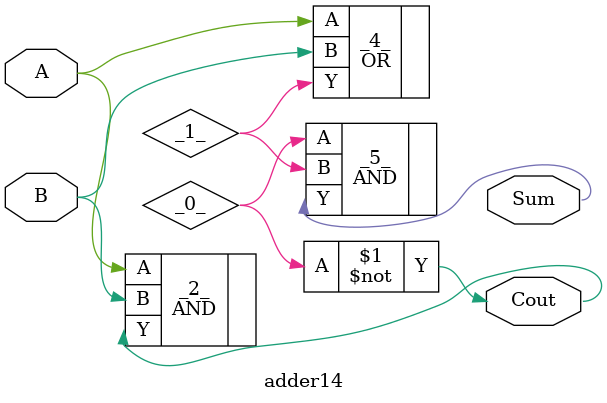
<source format=v>
/* Generated by Yosys 0.41+83 (git sha1 7045cf509, x86_64-w64-mingw32-g++ 13.2.1 -Os) */

/* cells_not_processed =  1  */
/* src = "adder14.v:2.1-26.10" */
module adder14(A, B, Sum, Cout);
  wire _0_;
  wire _1_;
  /* src = "adder14.v:3.11-3.12" */
  input A;
  wire A;
  /* src = "adder14.v:3.13-3.14" */
  input B;
  wire B;
  /* src = "adder14.v:4.20-4.24" */
  output Cout;
  wire Cout;
  /* src = "adder14.v:4.16-4.19" */
  output Sum;
  wire Sum;
  AND _2_ (
    .A(A),
    .B(B),
    .Y(Cout)
  );
  not _3_ (
    .A(Cout),
    .Y(_0_)
  );
  OR _4_ (
    .A(A),
    .B(B),
    .Y(_1_)
  );
  AND _5_ (
    .A(_0_),
    .B(_1_),
    .Y(Sum)
  );
endmodule

</source>
